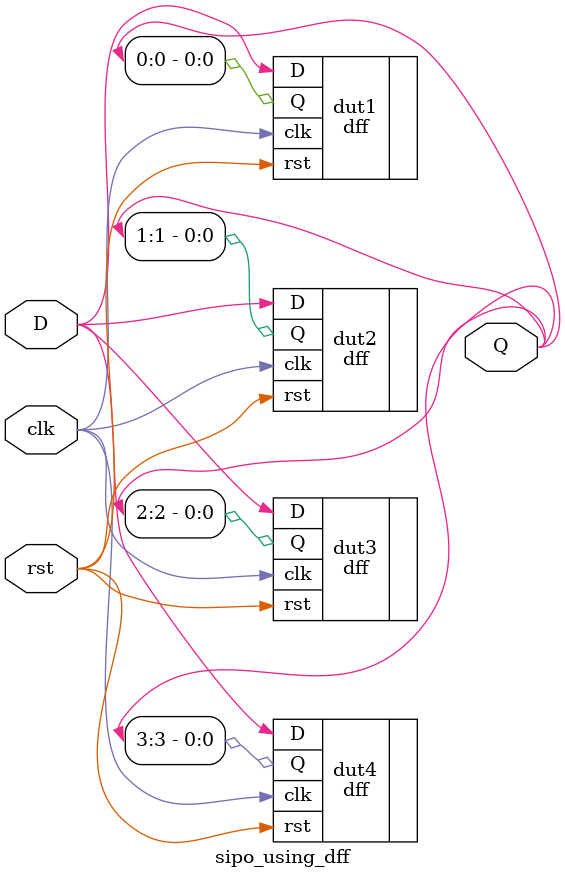
<source format=v>
`timescale 1ns / 1ps


module sipo_using_dff(input clk,D,rst,output [3:0]Q);
wire w1,w2,w3;
dff dut1(.clk(clk),.D(D),.Q(Q[0]),.rst(rst));
dff dut2(.clk(clk),.D(D),.Q(Q[1]),.rst(rst));
dff dut3(.clk(clk),.D(D),.Q(Q[2]),.rst(rst));
dff dut4(.clk(clk),.D(D),.Q(Q[3]),.rst(rst));
endmodule
</source>
